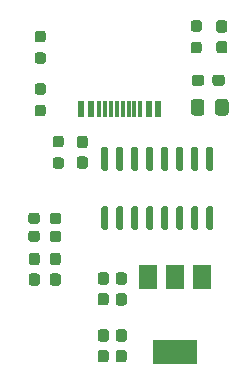
<source format=gbr>
%TF.GenerationSoftware,KiCad,Pcbnew,(5.1.9-0-10_14)*%
%TF.CreationDate,2021-02-02T14:33:23+08:00*%
%TF.ProjectId,WCH_Link,5743485f-4c69-46e6-9b2e-6b696361645f,rev?*%
%TF.SameCoordinates,Original*%
%TF.FileFunction,Paste,Top*%
%TF.FilePolarity,Positive*%
%FSLAX46Y46*%
G04 Gerber Fmt 4.6, Leading zero omitted, Abs format (unit mm)*
G04 Created by KiCad (PCBNEW (5.1.9-0-10_14)) date 2021-02-02 14:33:23*
%MOMM*%
%LPD*%
G01*
G04 APERTURE LIST*
%ADD10R,1.500000X2.000000*%
%ADD11R,3.800000X2.000000*%
%ADD12R,0.600000X1.450000*%
%ADD13R,0.300000X1.450000*%
G04 APERTURE END LIST*
D10*
%TO.C,U2*%
X131840000Y-59080000D03*
X127240000Y-59080000D03*
X129540000Y-59080000D03*
D11*
X129540000Y-65380000D03*
%TD*%
%TO.C,U1*%
G36*
G01*
X123721000Y-50062000D02*
X123421000Y-50062000D01*
G75*
G02*
X123271000Y-49912000I0J150000D01*
G01*
X123271000Y-48212000D01*
G75*
G02*
X123421000Y-48062000I150000J0D01*
G01*
X123721000Y-48062000D01*
G75*
G02*
X123871000Y-48212000I0J-150000D01*
G01*
X123871000Y-49912000D01*
G75*
G02*
X123721000Y-50062000I-150000J0D01*
G01*
G37*
G36*
G01*
X124991000Y-50062000D02*
X124691000Y-50062000D01*
G75*
G02*
X124541000Y-49912000I0J150000D01*
G01*
X124541000Y-48212000D01*
G75*
G02*
X124691000Y-48062000I150000J0D01*
G01*
X124991000Y-48062000D01*
G75*
G02*
X125141000Y-48212000I0J-150000D01*
G01*
X125141000Y-49912000D01*
G75*
G02*
X124991000Y-50062000I-150000J0D01*
G01*
G37*
G36*
G01*
X126261000Y-50062000D02*
X125961000Y-50062000D01*
G75*
G02*
X125811000Y-49912000I0J150000D01*
G01*
X125811000Y-48212000D01*
G75*
G02*
X125961000Y-48062000I150000J0D01*
G01*
X126261000Y-48062000D01*
G75*
G02*
X126411000Y-48212000I0J-150000D01*
G01*
X126411000Y-49912000D01*
G75*
G02*
X126261000Y-50062000I-150000J0D01*
G01*
G37*
G36*
G01*
X127531000Y-50062000D02*
X127231000Y-50062000D01*
G75*
G02*
X127081000Y-49912000I0J150000D01*
G01*
X127081000Y-48212000D01*
G75*
G02*
X127231000Y-48062000I150000J0D01*
G01*
X127531000Y-48062000D01*
G75*
G02*
X127681000Y-48212000I0J-150000D01*
G01*
X127681000Y-49912000D01*
G75*
G02*
X127531000Y-50062000I-150000J0D01*
G01*
G37*
G36*
G01*
X128801000Y-50062000D02*
X128501000Y-50062000D01*
G75*
G02*
X128351000Y-49912000I0J150000D01*
G01*
X128351000Y-48212000D01*
G75*
G02*
X128501000Y-48062000I150000J0D01*
G01*
X128801000Y-48062000D01*
G75*
G02*
X128951000Y-48212000I0J-150000D01*
G01*
X128951000Y-49912000D01*
G75*
G02*
X128801000Y-50062000I-150000J0D01*
G01*
G37*
G36*
G01*
X130071000Y-50062000D02*
X129771000Y-50062000D01*
G75*
G02*
X129621000Y-49912000I0J150000D01*
G01*
X129621000Y-48212000D01*
G75*
G02*
X129771000Y-48062000I150000J0D01*
G01*
X130071000Y-48062000D01*
G75*
G02*
X130221000Y-48212000I0J-150000D01*
G01*
X130221000Y-49912000D01*
G75*
G02*
X130071000Y-50062000I-150000J0D01*
G01*
G37*
G36*
G01*
X131341000Y-50062000D02*
X131041000Y-50062000D01*
G75*
G02*
X130891000Y-49912000I0J150000D01*
G01*
X130891000Y-48212000D01*
G75*
G02*
X131041000Y-48062000I150000J0D01*
G01*
X131341000Y-48062000D01*
G75*
G02*
X131491000Y-48212000I0J-150000D01*
G01*
X131491000Y-49912000D01*
G75*
G02*
X131341000Y-50062000I-150000J0D01*
G01*
G37*
G36*
G01*
X132611000Y-50062000D02*
X132311000Y-50062000D01*
G75*
G02*
X132161000Y-49912000I0J150000D01*
G01*
X132161000Y-48212000D01*
G75*
G02*
X132311000Y-48062000I150000J0D01*
G01*
X132611000Y-48062000D01*
G75*
G02*
X132761000Y-48212000I0J-150000D01*
G01*
X132761000Y-49912000D01*
G75*
G02*
X132611000Y-50062000I-150000J0D01*
G01*
G37*
G36*
G01*
X132611000Y-55062000D02*
X132311000Y-55062000D01*
G75*
G02*
X132161000Y-54912000I0J150000D01*
G01*
X132161000Y-53212000D01*
G75*
G02*
X132311000Y-53062000I150000J0D01*
G01*
X132611000Y-53062000D01*
G75*
G02*
X132761000Y-53212000I0J-150000D01*
G01*
X132761000Y-54912000D01*
G75*
G02*
X132611000Y-55062000I-150000J0D01*
G01*
G37*
G36*
G01*
X131341000Y-55062000D02*
X131041000Y-55062000D01*
G75*
G02*
X130891000Y-54912000I0J150000D01*
G01*
X130891000Y-53212000D01*
G75*
G02*
X131041000Y-53062000I150000J0D01*
G01*
X131341000Y-53062000D01*
G75*
G02*
X131491000Y-53212000I0J-150000D01*
G01*
X131491000Y-54912000D01*
G75*
G02*
X131341000Y-55062000I-150000J0D01*
G01*
G37*
G36*
G01*
X130071000Y-55062000D02*
X129771000Y-55062000D01*
G75*
G02*
X129621000Y-54912000I0J150000D01*
G01*
X129621000Y-53212000D01*
G75*
G02*
X129771000Y-53062000I150000J0D01*
G01*
X130071000Y-53062000D01*
G75*
G02*
X130221000Y-53212000I0J-150000D01*
G01*
X130221000Y-54912000D01*
G75*
G02*
X130071000Y-55062000I-150000J0D01*
G01*
G37*
G36*
G01*
X128801000Y-55062000D02*
X128501000Y-55062000D01*
G75*
G02*
X128351000Y-54912000I0J150000D01*
G01*
X128351000Y-53212000D01*
G75*
G02*
X128501000Y-53062000I150000J0D01*
G01*
X128801000Y-53062000D01*
G75*
G02*
X128951000Y-53212000I0J-150000D01*
G01*
X128951000Y-54912000D01*
G75*
G02*
X128801000Y-55062000I-150000J0D01*
G01*
G37*
G36*
G01*
X127531000Y-55062000D02*
X127231000Y-55062000D01*
G75*
G02*
X127081000Y-54912000I0J150000D01*
G01*
X127081000Y-53212000D01*
G75*
G02*
X127231000Y-53062000I150000J0D01*
G01*
X127531000Y-53062000D01*
G75*
G02*
X127681000Y-53212000I0J-150000D01*
G01*
X127681000Y-54912000D01*
G75*
G02*
X127531000Y-55062000I-150000J0D01*
G01*
G37*
G36*
G01*
X126261000Y-55062000D02*
X125961000Y-55062000D01*
G75*
G02*
X125811000Y-54912000I0J150000D01*
G01*
X125811000Y-53212000D01*
G75*
G02*
X125961000Y-53062000I150000J0D01*
G01*
X126261000Y-53062000D01*
G75*
G02*
X126411000Y-53212000I0J-150000D01*
G01*
X126411000Y-54912000D01*
G75*
G02*
X126261000Y-55062000I-150000J0D01*
G01*
G37*
G36*
G01*
X124991000Y-55062000D02*
X124691000Y-55062000D01*
G75*
G02*
X124541000Y-54912000I0J150000D01*
G01*
X124541000Y-53212000D01*
G75*
G02*
X124691000Y-53062000I150000J0D01*
G01*
X124991000Y-53062000D01*
G75*
G02*
X125141000Y-53212000I0J-150000D01*
G01*
X125141000Y-54912000D01*
G75*
G02*
X124991000Y-55062000I-150000J0D01*
G01*
G37*
G36*
G01*
X123721000Y-55062000D02*
X123421000Y-55062000D01*
G75*
G02*
X123271000Y-54912000I0J150000D01*
G01*
X123271000Y-53212000D01*
G75*
G02*
X123421000Y-53062000I150000J0D01*
G01*
X123721000Y-53062000D01*
G75*
G02*
X123871000Y-53212000I0J-150000D01*
G01*
X123871000Y-54912000D01*
G75*
G02*
X123721000Y-55062000I-150000J0D01*
G01*
G37*
%TD*%
%TO.C,R6*%
G36*
G01*
X118916000Y-54339500D02*
X118916000Y-53864500D01*
G75*
G02*
X119153500Y-53627000I237500J0D01*
G01*
X119653500Y-53627000D01*
G75*
G02*
X119891000Y-53864500I0J-237500D01*
G01*
X119891000Y-54339500D01*
G75*
G02*
X119653500Y-54577000I-237500J0D01*
G01*
X119153500Y-54577000D01*
G75*
G02*
X118916000Y-54339500I0J237500D01*
G01*
G37*
G36*
G01*
X117091000Y-54339500D02*
X117091000Y-53864500D01*
G75*
G02*
X117328500Y-53627000I237500J0D01*
G01*
X117828500Y-53627000D01*
G75*
G02*
X118066000Y-53864500I0J-237500D01*
G01*
X118066000Y-54339500D01*
G75*
G02*
X117828500Y-54577000I-237500J0D01*
G01*
X117328500Y-54577000D01*
G75*
G02*
X117091000Y-54339500I0J237500D01*
G01*
G37*
%TD*%
%TO.C,R5*%
G36*
G01*
X118916000Y-55863500D02*
X118916000Y-55388500D01*
G75*
G02*
X119153500Y-55151000I237500J0D01*
G01*
X119653500Y-55151000D01*
G75*
G02*
X119891000Y-55388500I0J-237500D01*
G01*
X119891000Y-55863500D01*
G75*
G02*
X119653500Y-56101000I-237500J0D01*
G01*
X119153500Y-56101000D01*
G75*
G02*
X118916000Y-55863500I0J237500D01*
G01*
G37*
G36*
G01*
X117091000Y-55863500D02*
X117091000Y-55388500D01*
G75*
G02*
X117328500Y-55151000I237500J0D01*
G01*
X117828500Y-55151000D01*
G75*
G02*
X118066000Y-55388500I0J-237500D01*
G01*
X118066000Y-55863500D01*
G75*
G02*
X117828500Y-56101000I-237500J0D01*
G01*
X117328500Y-56101000D01*
G75*
G02*
X117091000Y-55863500I0J237500D01*
G01*
G37*
%TD*%
%TO.C,R4*%
G36*
G01*
X118347500Y-43644000D02*
X117872500Y-43644000D01*
G75*
G02*
X117635000Y-43406500I0J237500D01*
G01*
X117635000Y-42906500D01*
G75*
G02*
X117872500Y-42669000I237500J0D01*
G01*
X118347500Y-42669000D01*
G75*
G02*
X118585000Y-42906500I0J-237500D01*
G01*
X118585000Y-43406500D01*
G75*
G02*
X118347500Y-43644000I-237500J0D01*
G01*
G37*
G36*
G01*
X118347500Y-45469000D02*
X117872500Y-45469000D01*
G75*
G02*
X117635000Y-45231500I0J237500D01*
G01*
X117635000Y-44731500D01*
G75*
G02*
X117872500Y-44494000I237500J0D01*
G01*
X118347500Y-44494000D01*
G75*
G02*
X118585000Y-44731500I0J-237500D01*
G01*
X118585000Y-45231500D01*
G75*
G02*
X118347500Y-45469000I-237500J0D01*
G01*
G37*
%TD*%
%TO.C,R3*%
G36*
G01*
X117872500Y-40049000D02*
X118347500Y-40049000D01*
G75*
G02*
X118585000Y-40286500I0J-237500D01*
G01*
X118585000Y-40786500D01*
G75*
G02*
X118347500Y-41024000I-237500J0D01*
G01*
X117872500Y-41024000D01*
G75*
G02*
X117635000Y-40786500I0J237500D01*
G01*
X117635000Y-40286500D01*
G75*
G02*
X117872500Y-40049000I237500J0D01*
G01*
G37*
G36*
G01*
X117872500Y-38224000D02*
X118347500Y-38224000D01*
G75*
G02*
X118585000Y-38461500I0J-237500D01*
G01*
X118585000Y-38961500D01*
G75*
G02*
X118347500Y-39199000I-237500J0D01*
G01*
X117872500Y-39199000D01*
G75*
G02*
X117635000Y-38961500I0J237500D01*
G01*
X117635000Y-38461500D01*
G75*
G02*
X117872500Y-38224000I237500J0D01*
G01*
G37*
%TD*%
%TO.C,R2*%
G36*
G01*
X131080500Y-39160000D02*
X131555500Y-39160000D01*
G75*
G02*
X131793000Y-39397500I0J-237500D01*
G01*
X131793000Y-39897500D01*
G75*
G02*
X131555500Y-40135000I-237500J0D01*
G01*
X131080500Y-40135000D01*
G75*
G02*
X130843000Y-39897500I0J237500D01*
G01*
X130843000Y-39397500D01*
G75*
G02*
X131080500Y-39160000I237500J0D01*
G01*
G37*
G36*
G01*
X131080500Y-37335000D02*
X131555500Y-37335000D01*
G75*
G02*
X131793000Y-37572500I0J-237500D01*
G01*
X131793000Y-38072500D01*
G75*
G02*
X131555500Y-38310000I-237500J0D01*
G01*
X131080500Y-38310000D01*
G75*
G02*
X130843000Y-38072500I0J237500D01*
G01*
X130843000Y-37572500D01*
G75*
G02*
X131080500Y-37335000I237500J0D01*
G01*
G37*
%TD*%
%TO.C,R1*%
G36*
G01*
X119396500Y-48939000D02*
X119871500Y-48939000D01*
G75*
G02*
X120109000Y-49176500I0J-237500D01*
G01*
X120109000Y-49676500D01*
G75*
G02*
X119871500Y-49914000I-237500J0D01*
G01*
X119396500Y-49914000D01*
G75*
G02*
X119159000Y-49676500I0J237500D01*
G01*
X119159000Y-49176500D01*
G75*
G02*
X119396500Y-48939000I237500J0D01*
G01*
G37*
G36*
G01*
X119396500Y-47114000D02*
X119871500Y-47114000D01*
G75*
G02*
X120109000Y-47351500I0J-237500D01*
G01*
X120109000Y-47851500D01*
G75*
G02*
X119871500Y-48089000I-237500J0D01*
G01*
X119396500Y-48089000D01*
G75*
G02*
X119159000Y-47851500I0J237500D01*
G01*
X119159000Y-47351500D01*
G75*
G02*
X119396500Y-47114000I237500J0D01*
G01*
G37*
%TD*%
D12*
%TO.C,J1*%
X121591000Y-44812000D03*
X122391000Y-44812000D03*
X127291000Y-44812000D03*
X128091000Y-44812000D03*
X128091000Y-44812000D03*
X127291000Y-44812000D03*
X122391000Y-44812000D03*
X121591000Y-44812000D03*
D13*
X126591000Y-44812000D03*
X126091000Y-44812000D03*
X125591000Y-44812000D03*
X124591000Y-44812000D03*
X124091000Y-44812000D03*
X123591000Y-44812000D03*
X123091000Y-44812000D03*
X125091000Y-44812000D03*
%TD*%
%TO.C,F1*%
G36*
G01*
X132011000Y-44253999D02*
X132011000Y-45154001D01*
G75*
G02*
X131761001Y-45404000I-249999J0D01*
G01*
X131110999Y-45404000D01*
G75*
G02*
X130861000Y-45154001I0J249999D01*
G01*
X130861000Y-44253999D01*
G75*
G02*
X131110999Y-44004000I249999J0D01*
G01*
X131761001Y-44004000D01*
G75*
G02*
X132011000Y-44253999I0J-249999D01*
G01*
G37*
G36*
G01*
X134061000Y-44253999D02*
X134061000Y-45154001D01*
G75*
G02*
X133811001Y-45404000I-249999J0D01*
G01*
X133160999Y-45404000D01*
G75*
G02*
X132911000Y-45154001I0J249999D01*
G01*
X132911000Y-44253999D01*
G75*
G02*
X133160999Y-44004000I249999J0D01*
G01*
X133811001Y-44004000D01*
G75*
G02*
X134061000Y-44253999I0J-249999D01*
G01*
G37*
%TD*%
%TO.C,D2*%
G36*
G01*
X117364500Y-58770000D02*
X117839500Y-58770000D01*
G75*
G02*
X118077000Y-59007500I0J-237500D01*
G01*
X118077000Y-59582500D01*
G75*
G02*
X117839500Y-59820000I-237500J0D01*
G01*
X117364500Y-59820000D01*
G75*
G02*
X117127000Y-59582500I0J237500D01*
G01*
X117127000Y-59007500D01*
G75*
G02*
X117364500Y-58770000I237500J0D01*
G01*
G37*
G36*
G01*
X117364500Y-57020000D02*
X117839500Y-57020000D01*
G75*
G02*
X118077000Y-57257500I0J-237500D01*
G01*
X118077000Y-57832500D01*
G75*
G02*
X117839500Y-58070000I-237500J0D01*
G01*
X117364500Y-58070000D01*
G75*
G02*
X117127000Y-57832500I0J237500D01*
G01*
X117127000Y-57257500D01*
G75*
G02*
X117364500Y-57020000I237500J0D01*
G01*
G37*
%TD*%
%TO.C,D1*%
G36*
G01*
X119142500Y-58770000D02*
X119617500Y-58770000D01*
G75*
G02*
X119855000Y-59007500I0J-237500D01*
G01*
X119855000Y-59582500D01*
G75*
G02*
X119617500Y-59820000I-237500J0D01*
G01*
X119142500Y-59820000D01*
G75*
G02*
X118905000Y-59582500I0J237500D01*
G01*
X118905000Y-59007500D01*
G75*
G02*
X119142500Y-58770000I237500J0D01*
G01*
G37*
G36*
G01*
X119142500Y-57020000D02*
X119617500Y-57020000D01*
G75*
G02*
X119855000Y-57257500I0J-237500D01*
G01*
X119855000Y-57832500D01*
G75*
G02*
X119617500Y-58070000I-237500J0D01*
G01*
X119142500Y-58070000D01*
G75*
G02*
X118905000Y-57832500I0J237500D01*
G01*
X118905000Y-57257500D01*
G75*
G02*
X119142500Y-57020000I237500J0D01*
G01*
G37*
%TD*%
%TO.C,C7*%
G36*
G01*
X123206500Y-65247000D02*
X123681500Y-65247000D01*
G75*
G02*
X123919000Y-65484500I0J-237500D01*
G01*
X123919000Y-66059500D01*
G75*
G02*
X123681500Y-66297000I-237500J0D01*
G01*
X123206500Y-66297000D01*
G75*
G02*
X122969000Y-66059500I0J237500D01*
G01*
X122969000Y-65484500D01*
G75*
G02*
X123206500Y-65247000I237500J0D01*
G01*
G37*
G36*
G01*
X123206500Y-63497000D02*
X123681500Y-63497000D01*
G75*
G02*
X123919000Y-63734500I0J-237500D01*
G01*
X123919000Y-64309500D01*
G75*
G02*
X123681500Y-64547000I-237500J0D01*
G01*
X123206500Y-64547000D01*
G75*
G02*
X122969000Y-64309500I0J237500D01*
G01*
X122969000Y-63734500D01*
G75*
G02*
X123206500Y-63497000I237500J0D01*
G01*
G37*
%TD*%
%TO.C,C6*%
G36*
G01*
X124730500Y-65247000D02*
X125205500Y-65247000D01*
G75*
G02*
X125443000Y-65484500I0J-237500D01*
G01*
X125443000Y-66059500D01*
G75*
G02*
X125205500Y-66297000I-237500J0D01*
G01*
X124730500Y-66297000D01*
G75*
G02*
X124493000Y-66059500I0J237500D01*
G01*
X124493000Y-65484500D01*
G75*
G02*
X124730500Y-65247000I237500J0D01*
G01*
G37*
G36*
G01*
X124730500Y-63497000D02*
X125205500Y-63497000D01*
G75*
G02*
X125443000Y-63734500I0J-237500D01*
G01*
X125443000Y-64309500D01*
G75*
G02*
X125205500Y-64547000I-237500J0D01*
G01*
X124730500Y-64547000D01*
G75*
G02*
X124493000Y-64309500I0J237500D01*
G01*
X124493000Y-63734500D01*
G75*
G02*
X124730500Y-63497000I237500J0D01*
G01*
G37*
%TD*%
%TO.C,C5*%
G36*
G01*
X121903500Y-48164000D02*
X121428500Y-48164000D01*
G75*
G02*
X121191000Y-47926500I0J237500D01*
G01*
X121191000Y-47351500D01*
G75*
G02*
X121428500Y-47114000I237500J0D01*
G01*
X121903500Y-47114000D01*
G75*
G02*
X122141000Y-47351500I0J-237500D01*
G01*
X122141000Y-47926500D01*
G75*
G02*
X121903500Y-48164000I-237500J0D01*
G01*
G37*
G36*
G01*
X121903500Y-49914000D02*
X121428500Y-49914000D01*
G75*
G02*
X121191000Y-49676500I0J237500D01*
G01*
X121191000Y-49101500D01*
G75*
G02*
X121428500Y-48864000I237500J0D01*
G01*
X121903500Y-48864000D01*
G75*
G02*
X122141000Y-49101500I0J-237500D01*
G01*
X122141000Y-49676500D01*
G75*
G02*
X121903500Y-49914000I-237500J0D01*
G01*
G37*
%TD*%
%TO.C,C4*%
G36*
G01*
X131984000Y-42180500D02*
X131984000Y-42655500D01*
G75*
G02*
X131746500Y-42893000I-237500J0D01*
G01*
X131171500Y-42893000D01*
G75*
G02*
X130934000Y-42655500I0J237500D01*
G01*
X130934000Y-42180500D01*
G75*
G02*
X131171500Y-41943000I237500J0D01*
G01*
X131746500Y-41943000D01*
G75*
G02*
X131984000Y-42180500I0J-237500D01*
G01*
G37*
G36*
G01*
X133734000Y-42180500D02*
X133734000Y-42655500D01*
G75*
G02*
X133496500Y-42893000I-237500J0D01*
G01*
X132921500Y-42893000D01*
G75*
G02*
X132684000Y-42655500I0J237500D01*
G01*
X132684000Y-42180500D01*
G75*
G02*
X132921500Y-41943000I237500J0D01*
G01*
X133496500Y-41943000D01*
G75*
G02*
X133734000Y-42180500I0J-237500D01*
G01*
G37*
%TD*%
%TO.C,C3*%
G36*
G01*
X124730500Y-60435000D02*
X125205500Y-60435000D01*
G75*
G02*
X125443000Y-60672500I0J-237500D01*
G01*
X125443000Y-61247500D01*
G75*
G02*
X125205500Y-61485000I-237500J0D01*
G01*
X124730500Y-61485000D01*
G75*
G02*
X124493000Y-61247500I0J237500D01*
G01*
X124493000Y-60672500D01*
G75*
G02*
X124730500Y-60435000I237500J0D01*
G01*
G37*
G36*
G01*
X124730500Y-58685000D02*
X125205500Y-58685000D01*
G75*
G02*
X125443000Y-58922500I0J-237500D01*
G01*
X125443000Y-59497500D01*
G75*
G02*
X125205500Y-59735000I-237500J0D01*
G01*
X124730500Y-59735000D01*
G75*
G02*
X124493000Y-59497500I0J237500D01*
G01*
X124493000Y-58922500D01*
G75*
G02*
X124730500Y-58685000I237500J0D01*
G01*
G37*
%TD*%
%TO.C,C2*%
G36*
G01*
X123206500Y-60421000D02*
X123681500Y-60421000D01*
G75*
G02*
X123919000Y-60658500I0J-237500D01*
G01*
X123919000Y-61233500D01*
G75*
G02*
X123681500Y-61471000I-237500J0D01*
G01*
X123206500Y-61471000D01*
G75*
G02*
X122969000Y-61233500I0J237500D01*
G01*
X122969000Y-60658500D01*
G75*
G02*
X123206500Y-60421000I237500J0D01*
G01*
G37*
G36*
G01*
X123206500Y-58671000D02*
X123681500Y-58671000D01*
G75*
G02*
X123919000Y-58908500I0J-237500D01*
G01*
X123919000Y-59483500D01*
G75*
G02*
X123681500Y-59721000I-237500J0D01*
G01*
X123206500Y-59721000D01*
G75*
G02*
X122969000Y-59483500I0J237500D01*
G01*
X122969000Y-58908500D01*
G75*
G02*
X123206500Y-58671000I237500J0D01*
G01*
G37*
%TD*%
%TO.C,C1*%
G36*
G01*
X133239500Y-39085000D02*
X133714500Y-39085000D01*
G75*
G02*
X133952000Y-39322500I0J-237500D01*
G01*
X133952000Y-39897500D01*
G75*
G02*
X133714500Y-40135000I-237500J0D01*
G01*
X133239500Y-40135000D01*
G75*
G02*
X133002000Y-39897500I0J237500D01*
G01*
X133002000Y-39322500D01*
G75*
G02*
X133239500Y-39085000I237500J0D01*
G01*
G37*
G36*
G01*
X133239500Y-37335000D02*
X133714500Y-37335000D01*
G75*
G02*
X133952000Y-37572500I0J-237500D01*
G01*
X133952000Y-38147500D01*
G75*
G02*
X133714500Y-38385000I-237500J0D01*
G01*
X133239500Y-38385000D01*
G75*
G02*
X133002000Y-38147500I0J237500D01*
G01*
X133002000Y-37572500D01*
G75*
G02*
X133239500Y-37335000I237500J0D01*
G01*
G37*
%TD*%
M02*

</source>
